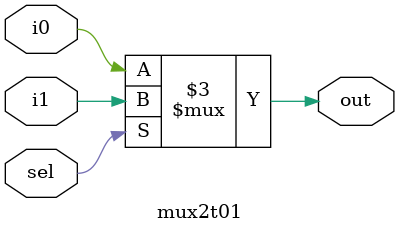
<source format=v>
`timescale 1ns / 1ps
module mux2t01(
    input i0,
    input i1,
    input sel,
    output reg out
    );
	 always @ (i0, i1, sel)
	 begin 
	   if(sel)
		  out = i1;
		else
		  out = i0;
	 end
endmodule

</source>
